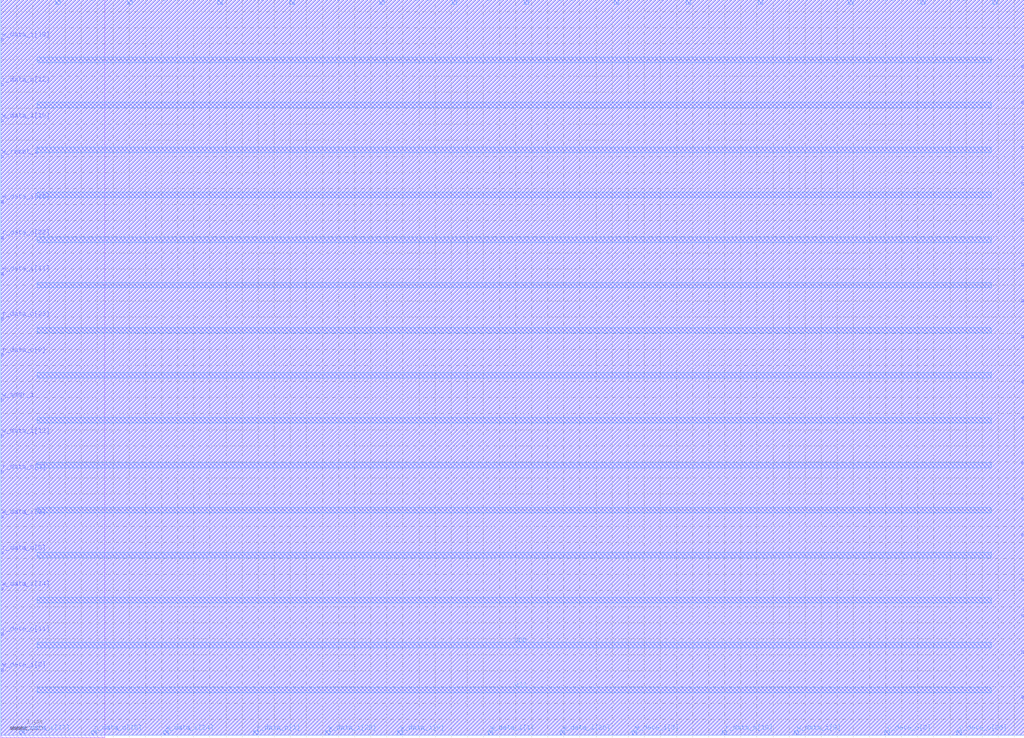
<source format=lef>
VERSION 5.8 ;
BUSBITCHARS "[]" ;
DIVIDERCHAR "/" ;
UNITS
    DATABASE MICRONS 2000 ;
END UNITS

MACRO bsg_mem_p27
  FOREIGN bsg_mem_p27 0 0 ;
  CLASS BLOCK ;
  SIZE 31.805 BY 22.865 ;
  PIN VSS
    USE GROUND ;
    DIRECTION INOUT ;
    PORT
      LAYER metal4 ;
        RECT  1.14 20.915 30.78 21.085 ;
        RECT  1.14 18.115 30.78 18.285 ;
        RECT  1.14 15.315 30.78 15.485 ;
        RECT  1.14 12.515 30.78 12.685 ;
        RECT  1.14 9.715 30.78 9.885 ;
        RECT  1.14 6.915 30.78 7.085 ;
        RECT  1.14 4.115 30.78 4.285 ;
        RECT  1.14 1.315 30.78 1.485 ;
    END
  END VSS
  PIN VDD
    USE POWER ;
    DIRECTION INOUT ;
    PORT
      LAYER metal4 ;
        RECT  1.14 19.515 30.78 19.685 ;
        RECT  1.14 16.715 30.78 16.885 ;
        RECT  1.14 13.915 30.78 14.085 ;
        RECT  1.14 11.115 30.78 11.285 ;
        RECT  1.14 8.315 30.78 8.485 ;
        RECT  1.14 5.515 30.78 5.685 ;
        RECT  1.14 2.715 30.78 2.885 ;
    END
  END VDD
  PIN r_addr_i
    DIRECTION INPUT ;
    USE SIGNAL ;
    PORT
      LAYER metal3 ;
        RECT  31.735 18.235 31.805 18.305 ;
    END
  END r_addr_i
  PIN r_data_o[0]
    DIRECTION OUTPUT ;
    USE SIGNAL ;
    PORT
      LAYER metal3 ;
        RECT  31.735 13.475 31.805 13.545 ;
    END
  END r_data_o[0]
  PIN r_data_o[10]
    DIRECTION OUTPUT ;
    USE SIGNAL ;
    PORT
      LAYER metal4 ;
        RECT  22.425 0 22.565 0.14 ;
    END
  END r_data_o[10]
  PIN r_data_o[11]
    DIRECTION OUTPUT ;
    USE SIGNAL ;
    PORT
      LAYER metal3 ;
        RECT  0 3.115 0.07 3.185 ;
    END
  END r_data_o[11]
  PIN r_data_o[12]
    DIRECTION OUTPUT ;
    USE SIGNAL ;
    PORT
      LAYER metal3 ;
        RECT  0 20.195 0.07 20.265 ;
    END
  END r_data_o[12]
  PIN r_data_o[13]
    DIRECTION OUTPUT ;
    USE SIGNAL ;
    PORT
      LAYER metal3 ;
        RECT  31.735 8.435 31.805 8.505 ;
    END
  END r_data_o[13]
  PIN r_data_o[14]
    DIRECTION OUTPUT ;
    USE SIGNAL ;
    PORT
      LAYER metal3 ;
        RECT  31.735 19.635 31.805 19.705 ;
    END
  END r_data_o[14]
  PIN r_data_o[15]
    DIRECTION OUTPUT ;
    USE SIGNAL ;
    PORT
      LAYER metal4 ;
        RECT  2.825 0 2.965 0.14 ;
    END
  END r_data_o[15]
  PIN r_data_o[16]
    DIRECTION OUTPUT ;
    USE SIGNAL ;
    PORT
      LAYER metal3 ;
        RECT  31.735 9.835 31.805 9.905 ;
    END
  END r_data_o[16]
  PIN r_data_o[17]
    DIRECTION OUTPUT ;
    USE SIGNAL ;
    PORT
      LAYER metal3 ;
        RECT  31.735 7.315 31.805 7.385 ;
    END
  END r_data_o[17]
  PIN r_data_o[18]
    DIRECTION OUTPUT ;
    USE SIGNAL ;
    PORT
      LAYER metal4 ;
        RECT  14.025 22.725 14.165 22.865 ;
    END
  END r_data_o[18]
  PIN r_data_o[19]
    DIRECTION OUTPUT ;
    USE SIGNAL ;
    PORT
      LAYER metal3 ;
        RECT  31.735 15.995 31.805 16.065 ;
    END
  END r_data_o[19]
  PIN r_data_o[1]
    DIRECTION OUTPUT ;
    USE SIGNAL ;
    PORT
      LAYER metal4 ;
        RECT  7.865 0 8.005 0.14 ;
    END
  END r_data_o[1]
  PIN r_data_o[20]
    DIRECTION OUTPUT ;
    USE SIGNAL ;
    PORT
      LAYER metal4 ;
        RECT  19.065 22.725 19.205 22.865 ;
    END
  END r_data_o[20]
  PIN r_data_o[21]
    DIRECTION OUTPUT ;
    USE SIGNAL ;
    PORT
      LAYER metal3 ;
        RECT  31.735 2.555 31.805 2.625 ;
    END
  END r_data_o[21]
  PIN r_data_o[22]
    DIRECTION OUTPUT ;
    USE SIGNAL ;
    PORT
      LAYER metal3 ;
        RECT  0 15.435 0.07 15.505 ;
    END
  END r_data_o[22]
  PIN r_data_o[23]
    DIRECTION OUTPUT ;
    USE SIGNAL ;
    PORT
      LAYER metal3 ;
        RECT  0 12.915 0.07 12.985 ;
    END
  END r_data_o[23]
  PIN r_data_o[24]
    DIRECTION OUTPUT ;
    USE SIGNAL ;
    PORT
      LAYER metal4 ;
        RECT  11.785 22.725 11.925 22.865 ;
    END
  END r_data_o[24]
  PIN r_data_o[25]
    DIRECTION OUTPUT ;
    USE SIGNAL ;
    PORT
      LAYER metal4 ;
        RECT  23.545 22.725 23.685 22.865 ;
    END
  END r_data_o[25]
  PIN r_data_o[26]
    DIRECTION OUTPUT ;
    USE SIGNAL ;
    PORT
      LAYER metal4 ;
        RECT  29.705 0 29.845 0.14 ;
    END
  END r_data_o[26]
  PIN r_data_o[2]
    DIRECTION OUTPUT ;
    USE SIGNAL ;
    PORT
      LAYER metal4 ;
        RECT  27.465 0 27.605 0.14 ;
    END
  END r_data_o[2]
  PIN r_data_o[3]
    DIRECTION OUTPUT ;
    USE SIGNAL ;
    PORT
      LAYER metal3 ;
        RECT  0 8.155 0.07 8.225 ;
    END
  END r_data_o[3]
  PIN r_data_o[4]
    DIRECTION OUTPUT ;
    USE SIGNAL ;
    PORT
      LAYER metal3 ;
        RECT  31.735 14.595 31.805 14.665 ;
    END
  END r_data_o[4]
  PIN r_data_o[5]
    DIRECTION OUTPUT ;
    USE SIGNAL ;
    PORT
      LAYER metal3 ;
        RECT  0 5.635 0.07 5.705 ;
    END
  END r_data_o[5]
  PIN r_data_o[6]
    DIRECTION OUTPUT ;
    USE SIGNAL ;
    PORT
      LAYER metal4 ;
        RECT  21.305 22.725 21.445 22.865 ;
    END
  END r_data_o[6]
  PIN r_data_o[7]
    DIRECTION OUTPUT ;
    USE SIGNAL ;
    PORT
      LAYER metal3 ;
        RECT  31.735 1.155 31.805 1.225 ;
    END
  END r_data_o[7]
  PIN r_data_o[8]
    DIRECTION OUTPUT ;
    USE SIGNAL ;
    PORT
      LAYER metal3 ;
        RECT  31.735 4.795 31.805 4.865 ;
    END
  END r_data_o[8]
  PIN r_data_o[9]
    DIRECTION OUTPUT ;
    USE SIGNAL ;
    PORT
      LAYER metal3 ;
        RECT  0 11.795 0.07 11.865 ;
    END
  END r_data_o[9]
  PIN r_v_i
    DIRECTION INPUT ;
    USE SIGNAL ;
    PORT
      LAYER metal3 ;
        RECT  31.735 6.195 31.805 6.265 ;
    END
  END r_v_i
  PIN w_addr_i
    DIRECTION INPUT ;
    USE SIGNAL ;
    PORT
      LAYER metal3 ;
        RECT  0 10.395 0.07 10.465 ;
    END
  END w_addr_i
  PIN w_clk_i
    DIRECTION INPUT ;
    USE SIGNAL ;
    PORT
      LAYER metal4 ;
        RECT  30.825 22.725 30.965 22.865 ;
    END
  END w_clk_i
  PIN w_data_i[0]
    DIRECTION INPUT ;
    USE SIGNAL ;
    PORT
      LAYER metal4 ;
        RECT  12.345 0 12.485 0.14 ;
    END
  END w_data_i[0]
  PIN w_data_i[10]
    DIRECTION INPUT ;
    USE SIGNAL ;
    PORT
      LAYER metal3 ;
        RECT  0 19.075 0.07 19.145 ;
    END
  END w_data_i[10]
  PIN w_data_i[11]
    DIRECTION INPUT ;
    USE SIGNAL ;
    PORT
      LAYER metal3 ;
        RECT  0 14.315 0.07 14.385 ;
    END
  END w_data_i[11]
  PIN w_data_i[12]
    DIRECTION INPUT ;
    USE SIGNAL ;
    PORT
      LAYER metal3 ;
        RECT  0 9.275 0.07 9.345 ;
    END
  END w_data_i[12]
  PIN w_data_i[13]
    DIRECTION INPUT ;
    USE SIGNAL ;
    PORT
      LAYER metal4 ;
        RECT  3.945 22.725 4.085 22.865 ;
    END
  END w_data_i[13]
  PIN w_data_i[14]
    DIRECTION INPUT ;
    USE SIGNAL ;
    PORT
      LAYER metal3 ;
        RECT  0 4.515 0.07 4.585 ;
    END
  END w_data_i[14]
  PIN w_data_i[15]
    DIRECTION INPUT ;
    USE SIGNAL ;
    PORT
      LAYER metal4 ;
        RECT  16.265 22.725 16.405 22.865 ;
    END
  END w_data_i[15]
  PIN w_data_i[16]
    DIRECTION INPUT ;
    USE SIGNAL ;
    PORT
      LAYER metal3 ;
        RECT  0 16.555 0.07 16.625 ;
    END
  END w_data_i[16]
  PIN w_data_i[17]
    DIRECTION INPUT ;
    USE SIGNAL ;
    PORT
      LAYER metal4 ;
        RECT  0.585 0 0.725 0.14 ;
    END
  END w_data_i[17]
  PIN w_data_i[18]
    DIRECTION INPUT ;
    USE SIGNAL ;
    PORT
      LAYER metal3 ;
        RECT  0 21.595 0.07 21.665 ;
    END
  END w_data_i[18]
  PIN w_data_i[19]
    DIRECTION INPUT ;
    USE SIGNAL ;
    PORT
      LAYER metal3 ;
        RECT  31.735 20.755 31.805 20.825 ;
    END
  END w_data_i[19]
  PIN w_data_i[1]
    DIRECTION INPUT ;
    USE SIGNAL ;
    PORT
      LAYER metal4 ;
        RECT  15.145 0 15.285 0.14 ;
    END
  END w_data_i[1]
  PIN w_data_i[20]
    DIRECTION INPUT ;
    USE SIGNAL ;
    PORT
      LAYER metal3 ;
        RECT  31.735 17.115 31.805 17.185 ;
    END
  END w_data_i[20]
  PIN w_data_i[21]
    DIRECTION INPUT ;
    USE SIGNAL ;
    PORT
      LAYER metal3 ;
        RECT  31.735 3.675 31.805 3.745 ;
    END
  END w_data_i[21]
  PIN w_data_i[22]
    DIRECTION INPUT ;
    USE SIGNAL ;
    PORT
      LAYER metal4 ;
        RECT  8.985 22.725 9.125 22.865 ;
    END
  END w_data_i[22]
  PIN w_data_i[23]
    DIRECTION INPUT ;
    USE SIGNAL ;
    PORT
      LAYER metal3 ;
        RECT  31.735 10.955 31.805 11.025 ;
    END
  END w_data_i[23]
  PIN w_data_i[24]
    DIRECTION INPUT ;
    USE SIGNAL ;
    PORT
      LAYER metal4 ;
        RECT  5.065 0 5.205 0.14 ;
    END
  END w_data_i[24]
  PIN w_data_i[25]
    DIRECTION INPUT ;
    USE SIGNAL ;
    PORT
      LAYER metal4 ;
        RECT  10.105 0 10.245 0.14 ;
    END
  END w_data_i[25]
  PIN w_data_i[26]
    DIRECTION INPUT ;
    USE SIGNAL ;
    PORT
      LAYER metal4 ;
        RECT  17.385 0 17.525 0.14 ;
    END
  END w_data_i[26]
  PIN w_data_i[2]
    DIRECTION INPUT ;
    USE SIGNAL ;
    PORT
      LAYER metal3 ;
        RECT  0 1.995 0.07 2.065 ;
    END
  END w_data_i[2]
  PIN w_data_i[3]
    DIRECTION INPUT ;
    USE SIGNAL ;
    PORT
      LAYER metal4 ;
        RECT  19.625 0 19.765 0.14 ;
    END
  END w_data_i[3]
  PIN w_data_i[4]
    DIRECTION INPUT ;
    USE SIGNAL ;
    PORT
      LAYER metal4 ;
        RECT  28.585 22.725 28.725 22.865 ;
    END
  END w_data_i[4]
  PIN w_data_i[5]
    DIRECTION INPUT ;
    USE SIGNAL ;
    PORT
      LAYER metal4 ;
        RECT  26.345 22.725 26.485 22.865 ;
    END
  END w_data_i[5]
  PIN w_data_i[6]
    DIRECTION INPUT ;
    USE SIGNAL ;
    PORT
      LAYER metal4 ;
        RECT  1.705 22.725 1.845 22.865 ;
    END
  END w_data_i[6]
  PIN w_data_i[7]
    DIRECTION INPUT ;
    USE SIGNAL ;
    PORT
      LAYER metal4 ;
        RECT  6.745 22.725 6.885 22.865 ;
    END
  END w_data_i[7]
  PIN w_data_i[8]
    DIRECTION INPUT ;
    USE SIGNAL ;
    PORT
      LAYER metal4 ;
        RECT  24.665 0 24.805 0.14 ;
    END
  END w_data_i[8]
  PIN w_data_i[9]
    DIRECTION INPUT ;
    USE SIGNAL ;
    PORT
      LAYER metal3 ;
        RECT  0 6.755 0.07 6.825 ;
    END
  END w_data_i[9]
  PIN w_reset_i
    DIRECTION INPUT ;
    USE SIGNAL ;
    PORT
      LAYER metal3 ;
        RECT  0 17.955 0.07 18.025 ;
    END
  END w_reset_i
  PIN w_v_i
    DIRECTION INPUT ;
    USE SIGNAL ;
    PORT
      LAYER metal3 ;
        RECT  31.735 12.355 31.805 12.425 ;
    END
  END w_v_i
  OBS
    LAYER metal1 ;
     RECT  0 -0.085 3.23 22.865 ;
     RECT  3.23 0 31.805 22.865 ;
    LAYER metal2 ;
     RECT  0 0 31.805 22.865 ;
    LAYER metal3 ;
     RECT  0 0 31.805 22.865 ;
    LAYER metal4 ;
     RECT  0 0 31.805 22.865 ;
  END
END bsg_mem_p27
END LIBRARY

</source>
